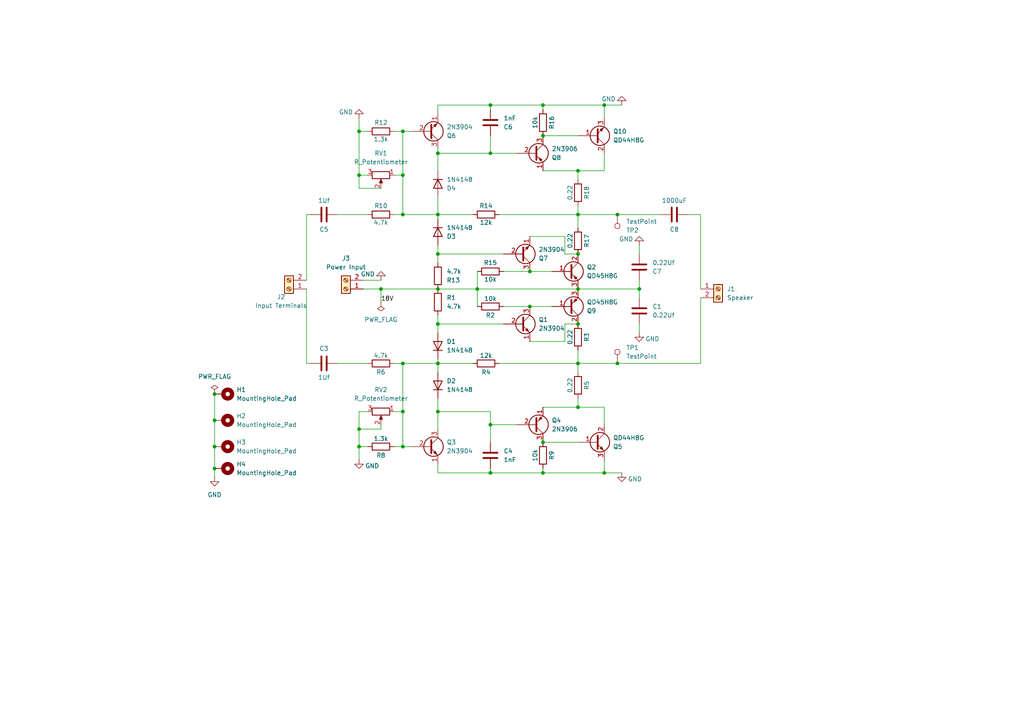
<source format=kicad_sch>
(kicad_sch (version 20231120) (generator "eeschema") (generator_version "8.0")
  (paper "A4")
  (title_block (rev "A"))
  (lib_symbols
    (symbol "2N3904_1" (pin_names (offset 0) hide)
      (property "Reference" "Q10" (at 5.08 -1.2701 0))
      (property "Value" "QD44H8G" (at 5.08 1.2699 0))
      (symbol "2N3904_1_0_1"
        (polyline (pts (xy 0.635 0.635) (xy 2.54 2.54)))
        (polyline (pts (xy 0.635 -0.635) (xy 2.54 -2.54) (xy 2.54 -2.54)))
        (polyline (pts (xy 0.635 1.905) (xy 0.635 -1.905) (xy 0.635 -1.905)) (stroke (width 0.508)))
        (polyline (pts (xy 1.27 -1.778) (xy 1.778 -1.27) (xy 2.286 -2.286) (xy 1.27 -1.778) (xy 1.27 -1.778)) (fill (type outline)))
        (circle (center 1.27 0) (radius 2.8194) (stroke (width 0.254)))
      )
      (symbol "2N3904_1_1_1"
        (pin passive line (at -5.08 0 0) (length 5.715) (name "B") (number "1"))
        (pin passive line (at 2.54 5.08 270) (length 2.54) (name "C") (number "2"))
        (pin passive line (at 2.54 -5.08 90) (length 2.54) (name "E") (number "3"))
      )
    )
    (symbol "2N3906_1" (pin_names (offset 0) hide)
      (property "Reference" "Q2" (at 5.08 1.2701 0))
      (property "Value" "QD45H8G" (at 5.08 -1.2699 0))
      (symbol "2N3906_1_0_1"
        (polyline (pts (xy 0.635 0.635) (xy 2.54 2.54)))
        (polyline (pts (xy 0.635 -0.635) (xy 2.54 -2.54) (xy 2.54 -2.54)))
        (polyline (pts (xy 0.635 1.905) (xy 0.635 -1.905) (xy 0.635 -1.905)) (stroke (width 0.508)))
        (polyline (pts (xy 2.286 -1.778) (xy 1.778 -2.286) (xy 1.27 -1.27) (xy 2.286 -1.778) (xy 2.286 -1.778)) (fill (type outline)))
        (circle (center 1.27 0) (radius 2.8194) (stroke (width 0.254)))
      )
      (symbol "2N3906_1_1_1"
        (pin input line (at -5.08 0 0) (length 5.715) (name "B") (number "1"))
        (pin passive line (at 2.54 5.08 270) (length 2.54) (name "C") (number "2"))
        (pin passive line (at 2.54 -5.08 90) (length 2.54) (name "E") (number "3"))
      )
    )
    (symbol "Connector:Screw_Terminal_01x02" (pin_names (offset 1.016) hide)
      (property "Reference" "J" (at 0 2.54 0))
      (property "Value" "Screw_Terminal_01x02" (at 0 -5.08 0))
      (symbol "Screw_Terminal_01x02_1_1"
        (rectangle (start -1.27 1.27) (end 1.27 -3.81) (stroke (width 0.254)) (fill (type background)))
        (circle (center 0 -2.54) (radius 0.635) (stroke (width 0.1524)))
        (polyline (pts (xy -0.5334 -2.2098) (xy 0.3302 -3.048)) (stroke (width 0.1524)))
        (polyline (pts (xy -0.5334 0.3302) (xy 0.3302 -0.508)) (stroke (width 0.1524)))
        (polyline (pts (xy -0.3556 -2.032) (xy 0.508 -2.8702)) (stroke (width 0.1524)))
        (polyline (pts (xy -0.3556 0.508) (xy 0.508 -0.3302)) (stroke (width 0.1524)))
        (circle (center 0 0) (radius 0.635) (stroke (width 0.1524)))
        (pin passive line (at -5.08 0 0) (length 3.81) (name "Pin_1") (number "1"))
        (pin passive line (at -5.08 -2.54 0) (length 3.81) (name "Pin_2") (number "2"))
      )
    )
    (symbol "Connector:TestPoint" (pin_numbers hide) (pin_names (offset 0.762) hide)
      (property "Reference" "TP" (at 0 6.858 0))
      (property "Value" "TestPoint" (at 0 5.08 0))
      (symbol "TestPoint_0_1"
        (circle (center 0 3.302) (radius 0.762))
      )
      (symbol "TestPoint_1_1"
        (pin passive line (at 0 0 90) (length 2.54) (name "1") (number "1"))
      )
    )
    (symbol "Device:C" (pin_numbers hide) (pin_names (offset 0.254))
      (property "Reference" "C" (at 0.635 2.54 0))
      (property "Value" "C" (at 0.635 -2.54 0))
      (symbol "C_0_1"
        (polyline (pts (xy -2.032 -0.762) (xy 2.032 -0.762)) (stroke (width 0.508)))
        (polyline (pts (xy -2.032 0.762) (xy 2.032 0.762)) (stroke (width 0.508)))
      )
      (symbol "C_1_1"
        (pin passive line (at 0 3.81 270) (length 2.794) (name "~") (number "1"))
        (pin passive line (at 0 -3.81 90) (length 2.794) (name "~") (number "2"))
      )
    )
    (symbol "Device:R" (pin_numbers hide) (pin_names (offset 0))
      (property "Reference" "R" (at 2.032 0 90))
      (property "Value" "R" (at 0 0 90))
      (symbol "R_0_1"
        (rectangle (start -1.016 -2.54) (end 1.016 2.54) (stroke (width 0.254)))
      )
      (symbol "R_1_1"
        (pin passive line (at 0 3.81 270) (length 1.27) (name "~") (number "1"))
        (pin passive line (at 0 -3.81 90) (length 1.27) (name "~") (number "2"))
      )
    )
    (symbol "Device:R_Potentiometer" (pin_names (offset 1.016) hide)
      (property "Reference" "RV" (at -4.445 0 90))
      (property "Value" "R_Potentiometer" (at -2.54 0 90))
      (symbol "R_Potentiometer_0_1"
        (polyline (pts (xy 2.54 0) (xy 1.524 0)))
        (polyline (pts (xy 1.143 0) (xy 2.286 0.508) (xy 2.286 -0.508) (xy 1.143 0)) (fill (type outline)))
        (rectangle (start 1.016 2.54) (end -1.016 -2.54) (stroke (width 0.254)))
      )
      (symbol "R_Potentiometer_1_1"
        (pin passive line (at 0 3.81 270) (length 1.27) (name "1") (number "1"))
        (pin passive line (at 3.81 0 180) (length 1.27) (name "2") (number "2"))
        (pin passive line (at 0 -3.81 90) (length 1.27) (name "3") (number "3"))
      )
    )
    (symbol "Diode:1N4148" (pin_numbers hide) (pin_names hide)
      (property "Reference" "D" (at 0 2.54 0))
      (property "Value" "1N4148" (at 0 -2.54 0))
      (symbol "1N4148_0_1"
        (polyline (pts (xy -1.27 1.27) (xy -1.27 -1.27)) (stroke (width 0.254)))
        (polyline (pts (xy 1.27 0) (xy -1.27 0)))
        (polyline (pts (xy 1.27 1.27) (xy 1.27 -1.27) (xy -1.27 0) (xy 1.27 1.27)) (stroke (width 0.254)))
      )
      (symbol "1N4148_1_1"
        (pin passive line (at -3.81 0 0) (length 2.54) (name "K") (number "1"))
        (pin passive line (at 3.81 0 180) (length 2.54) (name "A") (number "2"))
      )
    )
    (symbol "Mechanical:MountingHole_Pad" (pin_numbers hide) (pin_names (offset 1.016) hide) (exclude_from_sim yes) (in_bom no)
      (property "Reference" "H" (at 0 6.35 0))
      (property "Value" "MountingHole_Pad" (at 0 4.445 0))
      (symbol "MountingHole_Pad_0_1"
        (circle (center 0 1.27) (radius 1.27) (stroke (width 1.27)))
      )
      (symbol "MountingHole_Pad_1_1"
        (pin input line (at 0 -2.54 90) (length 2.54) (name "1") (number "1"))
      )
    )
    (symbol "Transistor_BJT:2N3904" (pin_names (offset 0) hide)
      (property "Reference" "Q" (at 5.08 1.905 0))
      (property "Value" "2N3904" (at 5.08 0 0))
      (symbol "2N3904_0_1"
        (polyline (pts (xy 0.635 0.635) (xy 2.54 2.54)))
        (polyline (pts (xy 0.635 -0.635) (xy 2.54 -2.54) (xy 2.54 -2.54)))
        (polyline (pts (xy 0.635 1.905) (xy 0.635 -1.905) (xy 0.635 -1.905)) (stroke (width 0.508)))
        (polyline (pts (xy 1.27 -1.778) (xy 1.778 -1.27) (xy 2.286 -2.286) (xy 1.27 -1.778) (xy 1.27 -1.778)) (fill (type outline)))
        (circle (center 1.27 0) (radius 2.8194) (stroke (width 0.254)))
      )
      (symbol "2N3904_1_1"
        (pin passive line (at 2.54 -5.08 90) (length 2.54) (name "E") (number "1"))
        (pin passive line (at -5.08 0 0) (length 5.715) (name "B") (number "2"))
        (pin passive line (at 2.54 5.08 270) (length 2.54) (name "C") (number "3"))
      )
    )
    (symbol "Transistor_BJT:2N3906" (pin_names (offset 0) hide)
      (property "Reference" "Q" (at 5.08 1.905 0))
      (property "Value" "2N3906" (at 5.08 0 0))
      (symbol "2N3906_0_1"
        (polyline (pts (xy 0.635 0.635) (xy 2.54 2.54)))
        (polyline (pts (xy 0.635 -0.635) (xy 2.54 -2.54) (xy 2.54 -2.54)))
        (polyline (pts (xy 0.635 1.905) (xy 0.635 -1.905) (xy 0.635 -1.905)) (stroke (width 0.508)))
        (polyline (pts (xy 2.286 -1.778) (xy 1.778 -2.286) (xy 1.27 -1.27) (xy 2.286 -1.778) (xy 2.286 -1.778)) (fill (type outline)))
        (circle (center 1.27 0) (radius 2.8194) (stroke (width 0.254)))
      )
      (symbol "2N3906_1_1"
        (pin passive line (at 2.54 -5.08 90) (length 2.54) (name "E") (number "1"))
        (pin input line (at -5.08 0 0) (length 5.715) (name "B") (number "2"))
        (pin passive line (at 2.54 5.08 270) (length 2.54) (name "C") (number "3"))
      )
    )
    (symbol "power:GND" (power) (pin_numbers hide) (pin_names (offset 0) hide)
      (property "Value" "GND" (at 0 -3.81 0))
      (symbol "GND_0_1"
        (polyline (pts (xy 0 0) (xy 0 -1.27) (xy 1.27 -1.27) (xy 0 -2.54) (xy -1.27 -1.27) (xy 0 -1.27)))
      )
      (symbol "GND_1_1"
        (pin power_in line (at 0 0 270) (length 0) (name "~") (number "1"))
      )
    )
    (symbol "power:PWR_FLAG" (power) (pin_numbers hide) (pin_names (offset 0) hide)
      (property "Value" "PWR_FLAG" (at 0 3.81 0))
      (symbol "PWR_FLAG_0_0"
        (pin power_out line (at 0 0 90) (length 0) (name "~") (number "1"))
      )
      (symbol "PWR_FLAG_0_1"
        (polyline (pts (xy 0 0) (xy 0 1.27) (xy -1.016 1.905) (xy 0 2.54) (xy 1.016 1.905) (xy 0 1.27)))
      )
    )
  )
  (junction (at 116.84 62.23))
  (junction (at 142.24 137.16))
  (junction (at 179.07 62.23))
  (junction (at 127 119.38))
  (junction (at 116.84 38.1))
  (junction (at 62.23 129.54))
  (junction (at 116.84 129.54))
  (junction (at 153.67 78.74))
  (junction (at 142.24 123.19))
  (junction (at 127 105.41))
  (junction (at 62.23 135.89))
  (junction (at 167.64 73.66))
  (junction (at 104.14 38.1))
  (junction (at 116.84 50.8))
  (junction (at 157.48 30.48))
  (junction (at 153.67 88.9))
  (junction (at 127 73.66))
  (junction (at 116.84 119.38))
  (junction (at 157.48 39.37))
  (junction (at 127 83.82))
  (junction (at 167.64 49.53))
  (junction (at 127 62.23))
  (junction (at 157.48 137.16))
  (junction (at 62.23 114.3))
  (junction (at 127 93.98))
  (junction (at 104.14 50.8))
  (junction (at 167.64 83.82))
  (junction (at 167.64 62.23))
  (junction (at 104.14 129.54))
  (junction (at 142.24 44.45))
  (junction (at 157.48 128.27))
  (junction (at 179.07 105.41))
  (junction (at 62.23 121.92))
  (junction (at 104.14 124.46))
  (junction (at 167.64 93.98))
  (junction (at 175.26 30.48))
  (junction (at 167.64 105.41))
  (junction (at 138.43 83.82))
  (junction (at 185.42 83.82))
  (junction (at 127 44.45))
  (junction (at 142.24 30.48))
  (junction (at 110.49 83.82))
  (junction (at 175.26 137.16))
  (junction (at 116.84 105.41))
  (junction (at 167.64 118.11))
  (wire (pts (xy 104.14 38.1) (xy 104.14 34.29)))
  (wire (pts (xy 116.84 62.23) (xy 116.84 50.8)))
  (wire (pts (xy 106.68 38.1) (xy 104.14 38.1)))
  (wire (pts (xy 175.26 133.35) (xy 175.26 137.16)))
  (wire (pts (xy 127 83.82) (xy 138.43 83.82)))
  (wire (pts (xy 146.05 88.9) (xy 153.67 88.9)))
  (wire (pts (xy 167.64 93.98) (xy 163.83 93.98)))
  (wire (pts (xy 144.78 62.23) (xy 167.64 62.23)))
  (wire (pts (xy 105.41 83.82) (xy 110.49 83.82)))
  (wire (pts (xy 142.24 135.89) (xy 142.24 137.16)))
  (wire (pts (xy 167.64 62.23) (xy 179.07 62.23)))
  (wire (pts (xy 167.64 118.11) (xy 175.26 118.11)))
  (wire (pts (xy 167.64 83.82) (xy 185.42 83.82)))
  (wire (pts (xy 142.24 123.19) (xy 142.24 128.27)))
  (wire (pts (xy 116.84 105.41) (xy 116.84 119.38)))
  (wire (pts (xy 114.3 129.54) (xy 116.84 129.54)))
  (wire (pts (xy 104.14 124.46) (xy 104.14 129.54)))
  (wire (pts (xy 110.49 83.82) (xy 127 83.82)))
  (wire (pts (xy 114.3 62.23) (xy 116.84 62.23)))
  (wire (pts (xy 167.64 62.23) (xy 167.64 59.69)))
  (wire (pts (xy 146.05 78.74) (xy 153.67 78.74)))
  (wire (pts (xy 114.3 50.8) (xy 116.84 50.8)))
  (wire (pts (xy 127 76.2) (xy 127 73.66)))
  (wire (pts (xy 127 73.66) (xy 127 71.12)))
  (wire (pts (xy 106.68 50.8) (xy 104.14 50.8)))
  (wire (pts (xy 175.26 118.11) (xy 175.26 123.19)))
  (wire (pts (xy 104.14 124.46) (xy 110.49 124.46)))
  (wire (pts (xy 127 49.53) (xy 127 44.45)))
  (wire (pts (xy 114.3 119.38) (xy 116.84 119.38)))
  (wire (pts (xy 127 105.41) (xy 127 107.95)))
  (wire (pts (xy 142.24 44.45) (xy 149.86 44.45)))
  (wire (pts (xy 104.14 50.8) (xy 104.14 38.1)))
  (wire (pts (xy 127 105.41) (xy 127 104.14)))
  (wire (pts (xy 163.83 93.98) (xy 163.83 99.06)))
  (wire (pts (xy 153.67 68.58) (xy 163.83 68.58)))
  (wire (pts (xy 127 44.45) (xy 142.24 44.45)))
  (wire (pts (xy 104.14 119.38) (xy 104.14 124.46)))
  (wire (pts (xy 127 44.45) (xy 127 43.18)))
  (wire (pts (xy 104.14 119.38) (xy 106.68 119.38)))
  (wire (pts (xy 138.43 83.82) (xy 138.43 88.9)))
  (wire (pts (xy 142.24 30.48) (xy 157.48 30.48)))
  (wire (pts (xy 167.64 73.66) (xy 163.83 73.66)))
  (wire (pts (xy 116.84 129.54) (xy 119.38 129.54)))
  (wire (pts (xy 137.16 105.41) (xy 127 105.41)))
  (wire (pts (xy 142.24 137.16) (xy 157.48 137.16)))
  (wire (pts (xy 127 119.38) (xy 127 124.46)))
  (wire (pts (xy 114.3 38.1) (xy 116.84 38.1)))
  (wire (pts (xy 137.16 62.23) (xy 127 62.23)))
  (wire (pts (xy 203.2 86.36) (xy 203.2 105.41)))
  (wire (pts (xy 167.64 52.07) (xy 167.64 49.53)))
  (wire (pts (xy 88.9 105.41) (xy 90.17 105.41)))
  (wire (pts (xy 106.68 129.54) (xy 104.14 129.54)))
  (wire (pts (xy 127 91.44) (xy 127 93.98)))
  (wire (pts (xy 179.07 62.23) (xy 191.77 62.23)))
  (wire (pts (xy 157.48 30.48) (xy 175.26 30.48)))
  (wire (pts (xy 62.23 129.54) (xy 62.23 135.89)))
  (wire (pts (xy 199.39 62.23) (xy 203.2 62.23)))
  (wire (pts (xy 116.84 38.1) (xy 119.38 38.1)))
  (wire (pts (xy 167.64 105.41) (xy 179.07 105.41)))
  (wire (pts (xy 175.26 137.16) (xy 180.34 137.16)))
  (wire (pts (xy 153.67 88.9) (xy 160.02 88.9)))
  (wire (pts (xy 62.23 135.89) (xy 62.23 138.43)))
  (wire (pts (xy 153.67 78.74) (xy 160.02 78.74)))
  (wire (pts (xy 127 93.98) (xy 127 96.52)))
  (wire (pts (xy 157.48 118.11) (xy 167.64 118.11)))
  (wire (pts (xy 97.79 62.23) (xy 106.68 62.23)))
  (wire (pts (xy 114.3 105.41) (xy 116.84 105.41)))
  (wire (pts (xy 127 33.02) (xy 127 30.48)))
  (wire (pts (xy 175.26 34.29) (xy 175.26 30.48)))
  (wire (pts (xy 97.79 105.41) (xy 106.68 105.41)))
  (wire (pts (xy 157.48 135.89) (xy 157.48 137.16)))
  (wire (pts (xy 104.14 129.54) (xy 104.14 133.35)))
  (wire (pts (xy 203.2 62.23) (xy 203.2 83.82)))
  (wire (pts (xy 127 62.23) (xy 127 63.5)))
  (wire (pts (xy 127 62.23) (xy 127 57.15)))
  (wire (pts (xy 88.9 62.23) (xy 88.9 81.28)))
  (wire (pts (xy 138.43 83.82) (xy 167.64 83.82)))
  (wire (pts (xy 175.26 49.53) (xy 175.26 44.45)))
  (wire (pts (xy 185.42 83.82) (xy 185.42 81.28)))
  (wire (pts (xy 142.24 44.45) (xy 142.24 39.37)))
  (wire (pts (xy 167.64 115.57) (xy 167.64 118.11)))
  (wire (pts (xy 185.42 93.98) (xy 185.42 96.52)))
  (wire (pts (xy 167.64 49.53) (xy 175.26 49.53)))
  (wire (pts (xy 157.48 128.27) (xy 167.64 128.27)))
  (wire (pts (xy 185.42 83.82) (xy 185.42 86.36)))
  (wire (pts (xy 185.42 71.12) (xy 185.42 73.66)))
  (wire (pts (xy 116.84 62.23) (xy 127 62.23)))
  (wire (pts (xy 116.84 38.1) (xy 116.84 50.8)))
  (wire (pts (xy 104.14 54.61) (xy 104.14 50.8)))
  (wire (pts (xy 127 93.98) (xy 146.05 93.98)))
  (wire (pts (xy 62.23 114.3) (xy 62.23 121.92)))
  (wire (pts (xy 110.49 124.46) (xy 110.49 123.19)))
  (wire (pts (xy 179.07 105.41) (xy 203.2 105.41)))
  (wire (pts (xy 175.26 30.48) (xy 180.34 30.48)))
  (wire (pts (xy 127 119.38) (xy 142.24 119.38)))
  (wire (pts (xy 167.64 105.41) (xy 167.64 107.95)))
  (wire (pts (xy 116.84 119.38) (xy 116.84 129.54)))
  (wire (pts (xy 127 115.57) (xy 127 119.38)))
  (wire (pts (xy 127 73.66) (xy 146.05 73.66)))
  (wire (pts (xy 142.24 119.38) (xy 142.24 123.19)))
  (wire (pts (xy 127 134.62) (xy 127 137.16)))
  (wire (pts (xy 142.24 31.75) (xy 142.24 30.48)))
  (wire (pts (xy 127 137.16) (xy 142.24 137.16)))
  (wire (pts (xy 127 30.48) (xy 142.24 30.48)))
  (wire (pts (xy 157.48 137.16) (xy 175.26 137.16)))
  (wire (pts (xy 157.48 49.53) (xy 167.64 49.53)))
  (wire (pts (xy 153.67 99.06) (xy 163.83 99.06)))
  (wire (pts (xy 110.49 83.82) (xy 110.49 87.63)))
  (wire (pts (xy 88.9 83.82) (xy 88.9 105.41)))
  (wire (pts (xy 167.64 105.41) (xy 167.64 101.6)))
  (wire (pts (xy 105.41 81.28) (xy 110.49 81.28)))
  (wire (pts (xy 157.48 31.75) (xy 157.48 30.48)))
  (wire (pts (xy 144.78 105.41) (xy 167.64 105.41)))
  (wire (pts (xy 138.43 83.82) (xy 138.43 78.74)))
  (wire (pts (xy 88.9 62.23) (xy 90.17 62.23)))
  (wire (pts (xy 116.84 105.41) (xy 127 105.41)))
  (wire (pts (xy 62.23 121.92) (xy 62.23 129.54)))
  (wire (pts (xy 167.64 62.23) (xy 167.64 66.04)))
  (wire (pts (xy 142.24 123.19) (xy 149.86 123.19)))
  (wire (pts (xy 163.83 73.66) (xy 163.83 68.58)))
  (wire (pts (xy 157.48 39.37) (xy 167.64 39.37)))
  (wire (pts (xy 110.49 54.61) (xy 104.14 54.61)))
  (label "18V" (at 110.49 87.63 0))
  (symbol (lib_name "2N3904_1") (lib_id "Transistor_BJT:2N3904") (at 172.72 128.27 0) (unit 1)
    (property "Reference" "Q5" (at 177.8 129.5401 0) (effects (justify left)))
    (property "Value" "QD44H8G" (at 177.8 127.0001 0) (effects (justify left)))
    (property "Footprint" "Package_TO_SOT_THT:TO-220-3_Vertical" (effects (hide yes)))
    (property "Datasheet" "https://www.onsemi.com/pub/Collateral/2N3903-D.PDF" (effects (hide yes)))
    (property "Description" "0.2A Ic, 40V Vce, Small Signal NPN Transistor, TO-92" (effects (hide yes)))
  )
  (symbol (lib_id "Device:C") (at 185.42 77.47 0) (mirror x) (unit 1)
    (property "Reference" "C7" (at 189.23 78.7401 0) (effects (justify left)))
    (property "Value" "0.22Uf" (at 189.23 76.2001 0) (effects (justify left)))
    (property "Footprint" "Capacitor_THT:C_Rect_L7.0mm_W3.5mm_P5.00mm" (effects (hide yes)))
    (property "Description" "Unpolarized capacitor" (effects (hide yes)))
  )
  (symbol (lib_id "Device:R") (at 167.64 55.88 0) (mirror x) (unit 1)
    (property "Reference" "R18" (at 170.18 55.88 90))
    (property "Value" "0.22" (at 165.354 55.88 90))
    (property "Footprint" "Resistor_THT:R_Axial_DIN0207_L6.3mm_D2.5mm_P10.16mm_Horizontal" (effects (hide yes)))
    (property "Description" "Resistor" (effects (hide yes)))
  )
  (symbol (lib_id "Device:R") (at 140.97 62.23 270) (mirror x) (unit 1)
    (property "Reference" "R14" (at 140.97 59.69 90))
    (property "Value" "12k" (at 140.97 64.516 90))
    (property "Footprint" "Resistor_THT:R_Axial_DIN0207_L6.3mm_D2.5mm_P10.16mm_Horizontal" (effects (hide yes)))
    (property "Description" "Resistor" (effects (hide yes)))
  )
  (symbol (lib_id "power:GND") (at 180.34 30.48 180) (unit 1)
    (property "Reference" "#PWR05" (effects (hide yes)))
    (property "Value" "GND" (at 176.53 28.702 0))
    (property "Description" "Power symbol creates a global label with name \"GND\" , ground" (effects (hide yes)))
  )
  (symbol (lib_id "Device:R") (at 142.24 88.9 270) (unit 1)
    (property "Reference" "R2" (at 142.24 91.44 90))
    (property "Value" "10k" (at 142.24 86.614 90))
    (property "Footprint" "Resistor_THT:R_Axial_DIN0207_L6.3mm_D2.5mm_P10.16mm_Horizontal" (effects (hide yes)))
    (property "Description" "Resistor" (effects (hide yes)))
  )
  (symbol (lib_id "Device:R") (at 110.49 105.41 270) (unit 1)
    (property "Reference" "R6" (at 110.49 107.95 90))
    (property "Value" "4.7k" (at 110.49 103.124 90))
    (property "Footprint" "Resistor_THT:R_Axial_DIN0207_L6.3mm_D2.5mm_P10.16mm_Horizontal" (effects (hide yes)))
    (property "Description" "Resistor" (effects (hide yes)))
  )
  (symbol (lib_id "power:GND") (at 185.42 71.12 180) (unit 1)
    (property "Reference" "#PWR06" (effects (hide yes)))
    (property "Value" "GND" (at 181.61 69.342 0))
    (property "Description" "Power symbol creates a global label with name \"GND\" , ground" (effects (hide yes)))
  )
  (symbol (lib_id "Device:C") (at 195.58 62.23 90) (mirror x) (unit 1)
    (property "Reference" "C8" (at 195.58 66.548 90))
    (property "Value" "1000uF" (at 195.58 58.166 90))
    (property "Footprint" "Capacitor_THT:CP_Radial_D12.5mm_P5.00mm" (effects (hide yes)))
    (property "Description" "Unpolarized capacitor" (effects (hide yes)))
  )
  (symbol (lib_id "Device:R") (at 167.64 111.76 0) (unit 1)
    (property "Reference" "R5" (at 170.18 111.76 90))
    (property "Value" "0.22" (at 165.354 111.76 90))
    (property "Footprint" "Resistor_THT:R_Axial_DIN0207_L6.3mm_D2.5mm_P10.16mm_Horizontal" (effects (hide yes)))
    (property "Description" "Resistor" (effects (hide yes)))
  )
  (symbol (lib_id "Device:C") (at 93.98 105.41 90) (unit 1)
    (property "Reference" "C3" (at 93.98 101.092 90))
    (property "Value" "1Uf" (at 93.98 109.474 90))
    (property "Footprint" "Capacitor_THT:CP_Radial_D5.0mm_P2.00mm" (effects (hide yes)))
    (property "Description" "Unpolarized capacitor" (effects (hide yes)))
  )
  (symbol (lib_id "Connector:TestPoint") (at 179.07 62.23 0) (mirror x) (unit 1)
    (property "Reference" "TP2" (at 181.61 66.8021 0) (effects (justify left)))
    (property "Value" "TestPoint" (at 181.61 64.2621 0) (effects (justify left)))
    (property "Footprint" "TestPoint:TestPoint_Plated_Hole_D2.0mm" (effects (hide yes)))
    (property "Description" "test point" (effects (hide yes)))
  )
  (symbol (lib_name "2N3906_1") (lib_id "Transistor_BJT:2N3906") (at 165.1 88.9 0) (mirror x) (unit 1)
    (property "Reference" "Q9" (at 170.18 90.1701 0) (effects (justify left)))
    (property "Value" "QD45H8G" (at 170.18 87.6301 0) (effects (justify left)))
    (property "Footprint" "Package_TO_SOT_THT:TO-220-3_Vertical" (effects (hide yes)))
    (property "Datasheet" "https://www.onsemi.com/pub/Collateral/2N3906-D.PDF" (effects (hide yes)))
    (property "Description" "-0.2A Ic, -40V Vce, Small Signal PNP Transistor, TO-92" (effects (hide yes)))
  )
  (symbol (lib_id "Connector:TestPoint") (at 179.07 105.41 0) (unit 1)
    (property "Reference" "TP1" (at 181.61 100.8379 0) (effects (justify left)))
    (property "Value" "TestPoint" (at 181.61 103.3779 0) (effects (justify left)))
    (property "Footprint" "TestPoint:TestPoint_Plated_Hole_D2.0mm" (effects (hide yes)))
    (property "Description" "test point" (effects (hide yes)))
  )
  (symbol (lib_id "Diode:1N4148") (at 127 53.34 90) (mirror x) (unit 1)
    (property "Reference" "D4" (at 129.54 54.6101 90) (effects (justify right)))
    (property "Value" "1N4148" (at 129.54 52.0701 90) (effects (justify right)))
    (property "Footprint" "Diode_THT:D_DO-41_SOD81_P10.16mm_Horizontal" (effects (hide yes)))
    (property "Datasheet" "https://assets.nexperia.com/documents/data-sheet/1N4148_1N4448.pdf" (effects (hide yes)))
    (property "Description" "100V 0.15A standard switching diode, DO-35" (effects (hide yes)))
    (property "Sim.Device" "D" (effects (hide yes)))
    (property "Sim.Pins" "1=K 2=A" (effects (hide yes)))
  )
  (symbol (lib_id "Device:R") (at 127 80.01 0) (mirror x) (unit 1)
    (property "Reference" "R13" (at 129.54 81.2801 0) (effects (justify left)))
    (property "Value" "4.7k" (at 129.54 78.7401 0) (effects (justify left)))
    (property "Footprint" "Resistor_THT:R_Axial_DIN0207_L6.3mm_D2.5mm_P10.16mm_Horizontal" (effects (hide yes)))
    (property "Description" "Resistor" (effects (hide yes)))
  )
  (symbol (lib_id "Device:R") (at 110.49 62.23 270) (mirror x) (unit 1)
    (property "Reference" "R10" (at 110.49 59.69 90))
    (property "Value" "4.7k" (at 110.49 64.516 90))
    (property "Footprint" "Resistor_THT:R_Axial_DIN0207_L6.3mm_D2.5mm_P10.16mm_Horizontal" (effects (hide yes)))
    (property "Description" "Resistor" (effects (hide yes)))
  )
  (symbol (lib_id "Device:C") (at 185.42 90.17 0) (unit 1)
    (property "Reference" "C1" (at 189.23 88.8999 0) (effects (justify left)))
    (property "Value" "0.22Uf" (at 189.23 91.4399 0) (effects (justify left)))
    (property "Footprint" "Capacitor_THT:C_Rect_L7.0mm_W3.5mm_P5.00mm" (effects (hide yes)))
    (property "Description" "Unpolarized capacitor" (effects (hide yes)))
  )
  (symbol (lib_id "Device:R") (at 157.48 35.56 0) (mirror x) (unit 1)
    (property "Reference" "R16" (at 160.02 35.56 90))
    (property "Value" "10k" (at 155.194 35.56 90))
    (property "Footprint" "Resistor_THT:R_Axial_DIN0207_L6.3mm_D2.5mm_P10.16mm_Horizontal" (effects (hide yes)))
    (property "Description" "Resistor" (effects (hide yes)))
  )
  (symbol (lib_name "2N3904_1") (lib_id "Transistor_BJT:2N3904") (at 172.72 39.37 0) (mirror x) (unit 1)
    (property "Reference" "Q10" (at 177.8 38.0999 0) (effects (justify left)))
    (property "Value" "QD44H8G" (at 177.8 40.6399 0) (effects (justify left)))
    (property "Footprint" "Package_TO_SOT_THT:TO-220-3_Vertical" (effects (hide yes)))
    (property "Datasheet" "https://www.onsemi.com/pub/Collateral/2N3903-D.PDF" (effects (hide yes)))
    (property "Description" "0.2A Ic, 40V Vce, Small Signal NPN Transistor, TO-92" (effects (hide yes)))
  )
  (symbol (lib_id "power:GND") (at 110.49 81.28 180) (unit 1)
    (property "Reference" "#PWR07" (effects (hide yes)))
    (property "Value" "GND" (at 106.68 79.502 0))
    (property "Description" "Power symbol creates a global label with name \"GND\" , ground" (effects (hide yes)))
  )
  (symbol (lib_id "Connector:Screw_Terminal_01x02") (at 83.82 83.82 180) (unit 1)
    (property "Reference" "J2" (at 81.534 86.106 0))
    (property "Value" "Input Terminals" (at 81.534 88.646 0))
    (property "Footprint" "Z_Custom_Footprints:CONN_1935776_PXC" (effects (hide yes)))
    (property "Description" "Generic screw terminal, single row, 01x02, script generated (kicad-library-utils/schlib/autogen/connector/)" (effects (hide yes)))
  )
  (symbol (lib_id "Device:R") (at 140.97 105.41 270) (unit 1)
    (property "Reference" "R4" (at 140.97 107.95 90))
    (property "Value" "12k" (at 140.97 103.124 90))
    (property "Footprint" "Resistor_THT:R_Axial_DIN0207_L6.3mm_D2.5mm_P10.16mm_Horizontal" (effects (hide yes)))
    (property "Description" "Resistor" (effects (hide yes)))
  )
  (symbol (lib_id "Connector:Screw_Terminal_01x02") (at 100.33 83.82 180) (unit 1)
    (property "Reference" "J3" (at 100.33 74.93 0))
    (property "Value" "Power Input" (at 100.33 77.47 0))
    (property "Footprint" "Z_Custom_Footprints:CONN_1935776_PXC" (effects (hide yes)))
    (property "Description" "Generic screw terminal, single row, 01x02, script generated (kicad-library-utils/schlib/autogen/connector/)" (effects (hide yes)))
  )
  (symbol (lib_id "power:GND") (at 185.42 96.52 0) (unit 1)
    (property "Reference" "#PWR01" (effects (hide yes)))
    (property "Value" "GND" (at 189.23 98.298 0))
    (property "Description" "Power symbol creates a global label with name \"GND\" , ground" (effects (hide yes)))
  )
  (symbol (lib_id "Mechanical:MountingHole_Pad") (at 64.77 114.3 270) (unit 1) (exclude_from_sim yes) (in_bom no)
    (property "Reference" "H1" (at 68.58 113.0299 90) (effects (justify left)))
    (property "Value" "MountingHole_Pad" (at 68.58 115.5699 90) (effects (justify left)))
    (property "Footprint" "MountingHole:MountingHole_3.5mm_Pad" (effects (hide yes)))
    (property "Description" "Mounting Hole with connection" (effects (hide yes)))
  )
  (symbol (lib_id "Mechanical:MountingHole_Pad") (at 64.77 121.92 270) (unit 1) (exclude_from_sim yes) (in_bom no)
    (property "Reference" "H2" (at 68.58 120.6499 90) (effects (justify left)))
    (property "Value" "MountingHole_Pad" (at 68.58 123.1899 90) (effects (justify left)))
    (property "Footprint" "MountingHole:MountingHole_3.5mm_Pad" (effects (hide yes)))
    (property "Description" "Mounting Hole with connection" (effects (hide yes)))
  )
  (symbol (lib_id "Device:R") (at 167.64 69.85 0) (mirror x) (unit 1)
    (property "Reference" "R17" (at 170.18 69.85 90))
    (property "Value" "0.22" (at 165.354 69.85 90))
    (property "Footprint" "Resistor_THT:R_Axial_DIN0207_L6.3mm_D2.5mm_P10.16mm_Horizontal" (effects (hide yes)))
    (property "Description" "Resistor" (effects (hide yes)))
  )
  (symbol (lib_id "Mechanical:MountingHole_Pad") (at 64.77 135.89 270) (unit 1) (exclude_from_sim yes) (in_bom no)
    (property "Reference" "H4" (at 68.58 134.6199 90) (effects (justify left)))
    (property "Value" "MountingHole_Pad" (at 68.58 137.1599 90) (effects (justify left)))
    (property "Footprint" "MountingHole:MountingHole_3.5mm_Pad" (effects (hide yes)))
    (property "Description" "Mounting Hole with connection" (effects (hide yes)))
  )
  (symbol (lib_id "power:GND") (at 62.23 138.43 0) (unit 1)
    (property "Reference" "#PWR09" (effects (hide yes)))
    (property "Value" "GND" (at 62.23 143.51 0))
    (property "Description" "Power symbol creates a global label with name \"GND\" , ground" (effects (hide yes)))
  )
  (symbol (lib_id "Device:C") (at 142.24 132.08 0) (unit 1)
    (property "Reference" "C4" (at 146.05 130.8099 0) (effects (justify left)))
    (property "Value" "1nF" (at 146.05 133.3499 0) (effects (justify left)))
    (property "Footprint" "Capacitor_THT:C_Disc_D5.1mm_W3.2mm_P5.00mm" (effects (hide yes)))
    (property "Description" "Unpolarized capacitor" (effects (hide yes)))
  )
  (symbol (lib_id "power:GND") (at 104.14 133.35 0) (unit 1)
    (property "Reference" "#PWR02" (effects (hide yes)))
    (property "Value" "GND" (at 107.95 135.128 0))
    (property "Description" "Power symbol creates a global label with name \"GND\" , ground" (effects (hide yes)))
  )
  (symbol (lib_id "power:PWR_FLAG") (at 110.49 87.63 180) (unit 1)
    (property "Reference" "#FLG01" (effects (hide yes)))
    (property "Value" "PWR_FLAG" (at 110.49 92.71 0))
    (property "Description" "Special symbol for telling ERC where power comes from" (effects (hide yes)))
  )
  (symbol (lib_id "Diode:1N4148") (at 127 67.31 90) (mirror x) (unit 1)
    (property "Reference" "D3" (at 129.54 68.5801 90) (effects (justify right)))
    (property "Value" "1N4148" (at 129.54 66.0401 90) (effects (justify right)))
    (property "Footprint" "Diode_THT:D_DO-41_SOD81_P10.16mm_Horizontal" (effects (hide yes)))
    (property "Datasheet" "https://assets.nexperia.com/documents/data-sheet/1N4148_1N4448.pdf" (effects (hide yes)))
    (property "Description" "100V 0.15A standard switching diode, DO-35" (effects (hide yes)))
    (property "Sim.Device" "D" (effects (hide yes)))
    (property "Sim.Pins" "1=K 2=A" (effects (hide yes)))
  )
  (symbol (lib_id "Transistor_BJT:2N3904") (at 124.46 129.54 0) (unit 1)
    (property "Reference" "Q3" (at 129.54 128.2699 0) (effects (justify left)))
    (property "Value" "2N3904" (at 129.54 130.8099 0) (effects (justify left)))
    (property "Footprint" "Package_TO_SOT_THT:TO-92_Wide" (effects (hide yes)))
    (property "Datasheet" "https://www.onsemi.com/pub/Collateral/2N3903-D.PDF" (effects (hide yes)))
    (property "Description" "0.2A Ic, 40V Vce, Small Signal NPN Transistor, TO-92" (effects (hide yes)))
  )
  (symbol (lib_id "Device:R") (at 110.49 38.1 270) (mirror x) (unit 1)
    (property "Reference" "R12" (at 110.49 35.56 90))
    (property "Value" "1.3k" (at 110.49 40.386 90))
    (property "Footprint" "Resistor_THT:R_Axial_DIN0207_L6.3mm_D2.5mm_P10.16mm_Horizontal" (effects (hide yes)))
    (property "Description" "Resistor" (effects (hide yes)))
  )
  (symbol (lib_id "Mechanical:MountingHole_Pad") (at 64.77 129.54 270) (unit 1) (exclude_from_sim yes) (in_bom no)
    (property "Reference" "H3" (at 68.58 128.2699 90) (effects (justify left)))
    (property "Value" "MountingHole_Pad" (at 68.58 130.8099 90) (effects (justify left)))
    (property "Footprint" "MountingHole:MountingHole_3.5mm_Pad" (effects (hide yes)))
    (property "Description" "Mounting Hole with connection" (effects (hide yes)))
  )
  (symbol (lib_id "Transistor_BJT:2N3904") (at 151.13 93.98 0) (unit 1)
    (property "Reference" "Q1" (at 156.21 92.7099 0) (effects (justify left)))
    (property "Value" "2N3904" (at 156.21 95.2499 0) (effects (justify left)))
    (property "Footprint" "Package_TO_SOT_THT:TO-92_Wide" (effects (hide yes)))
    (property "Datasheet" "https://www.onsemi.com/pub/Collateral/2N3903-D.PDF" (effects (hide yes)))
    (property "Description" "0.2A Ic, 40V Vce, Small Signal NPN Transistor, TO-92" (effects (hide yes)))
  )
  (symbol (lib_id "Device:C") (at 142.24 35.56 0) (mirror x) (unit 1)
    (property "Reference" "C6" (at 146.05 36.8301 0) (effects (justify left)))
    (property "Value" "1nF" (at 146.05 34.2901 0) (effects (justify left)))
    (property "Footprint" "Capacitor_THT:C_Disc_D5.1mm_W3.2mm_P5.00mm" (effects (hide yes)))
    (property "Description" "Unpolarized capacitor" (effects (hide yes)))
  )
  (symbol (lib_id "Device:R_Potentiometer") (at 110.49 119.38 270) (unit 1)
    (property "Reference" "RV2" (at 110.49 113.03 90))
    (property "Value" "R_Potentiometer" (at 110.49 115.57 90))
    (property "Footprint" "Z_Custom_Footprints:POT_3362P" (effects (hide yes)))
    (property "Description" "Potentiometer" (effects (hide yes)))
  )
  (symbol (lib_id "power:PWR_FLAG") (at 62.23 114.3 0) (unit 1)
    (property "Reference" "#FLG02" (effects (hide yes)))
    (property "Value" "PWR_FLAG" (at 62.23 109.22 0))
    (property "Description" "Special symbol for telling ERC where power comes from" (effects (hide yes)))
  )
  (symbol (lib_id "Device:R") (at 110.49 129.54 270) (unit 1)
    (property "Reference" "R8" (at 110.49 132.08 90))
    (property "Value" "1.3k" (at 110.49 127.254 90))
    (property "Footprint" "Resistor_THT:R_Axial_DIN0207_L6.3mm_D2.5mm_P10.16mm_Horizontal" (effects (hide yes)))
    (property "Description" "Resistor" (effects (hide yes)))
  )
  (symbol (lib_id "Transistor_BJT:2N3906") (at 154.94 123.19 0) (mirror x) (unit 1)
    (property "Reference" "Q4" (at 160.02 121.9199 0) (effects (justify left)))
    (property "Value" "2N3906" (at 160.02 124.4599 0) (effects (justify left)))
    (property "Footprint" "Package_TO_SOT_THT:TO-92_Wide" (effects (hide yes)))
    (property "Datasheet" "https://www.onsemi.com/pub/Collateral/2N3906-D.PDF" (effects (hide yes)))
    (property "Description" "-0.2A Ic, -40V Vce, Small Signal PNP Transistor, TO-92" (effects (hide yes)))
  )
  (symbol (lib_id "Device:C") (at 93.98 62.23 90) (mirror x) (unit 1)
    (property "Reference" "C5" (at 93.98 66.548 90))
    (property "Value" "1Uf" (at 93.98 58.166 90))
    (property "Footprint" "Capacitor_THT:CP_Radial_D5.0mm_P2.00mm" (effects (hide yes)))
    (property "Description" "Unpolarized capacitor" (effects (hide yes)))
  )
  (symbol (lib_id "Device:R") (at 157.48 132.08 0) (unit 1)
    (property "Reference" "R9" (at 160.02 132.08 90))
    (property "Value" "10k" (at 155.194 132.08 90))
    (property "Footprint" "Resistor_THT:R_Axial_DIN0207_L6.3mm_D2.5mm_P10.16mm_Horizontal" (effects (hide yes)))
    (property "Description" "Resistor" (effects (hide yes)))
  )
  (symbol (lib_id "Transistor_BJT:2N3906") (at 154.94 44.45 0) (unit 1)
    (property "Reference" "Q8" (at 160.02 45.7201 0) (effects (justify left)))
    (property "Value" "2N3906" (at 160.02 43.1801 0) (effects (justify left)))
    (property "Footprint" "Package_TO_SOT_THT:TO-92_Wide" (effects (hide yes)))
    (property "Datasheet" "https://www.onsemi.com/pub/Collateral/2N3906-D.PDF" (effects (hide yes)))
    (property "Description" "-0.2A Ic, -40V Vce, Small Signal PNP Transistor, TO-92" (effects (hide yes)))
  )
  (symbol (lib_id "Transistor_BJT:2N3904") (at 151.13 73.66 0) (mirror x) (unit 1)
    (property "Reference" "Q7" (at 156.21 74.9301 0) (effects (justify left)))
    (property "Value" "2N3904" (at 156.21 72.3901 0) (effects (justify left)))
    (property "Footprint" "Package_TO_SOT_THT:TO-92_Wide" (effects (hide yes)))
    (property "Datasheet" "https://www.onsemi.com/pub/Collateral/2N3903-D.PDF" (effects (hide yes)))
    (property "Description" "0.2A Ic, 40V Vce, Small Signal NPN Transistor, TO-92" (effects (hide yes)))
  )
  (symbol (lib_id "Connector:Screw_Terminal_01x02") (at 208.28 83.82 0) (unit 1)
    (property "Reference" "J1" (at 210.82 83.8199 0) (effects (justify left)))
    (property "Value" "Speaker" (at 210.82 86.3599 0) (effects (justify left)))
    (property "Footprint" "Z_Custom_Footprints:CONN_1935776_PXC" (effects (hide yes)))
    (property "Description" "Generic screw terminal, single row, 01x02, script generated (kicad-library-utils/schlib/autogen/connector/)" (effects (hide yes)))
  )
  (symbol (lib_id "Device:R_Potentiometer") (at 110.49 50.8 270) (unit 1)
    (property "Reference" "RV1" (at 110.49 44.45 90))
    (property "Value" "R_Potentiometer" (at 110.49 46.99 90))
    (property "Footprint" "Z_Custom_Footprints:POT_3362P" (effects (hide yes)))
    (property "Description" "Potentiometer" (effects (hide yes)))
  )
  (symbol (lib_id "power:GND") (at 104.14 34.29 180) (unit 1)
    (property "Reference" "#PWR04" (effects (hide yes)))
    (property "Value" "GND" (at 100.33 32.512 0))
    (property "Description" "Power symbol creates a global label with name \"GND\" , ground" (effects (hide yes)))
  )
  (symbol (lib_id "Device:R") (at 142.24 78.74 270) (mirror x) (unit 1)
    (property "Reference" "R15" (at 142.24 76.2 90))
    (property "Value" "10k" (at 142.24 81.026 90))
    (property "Footprint" "Resistor_THT:R_Axial_DIN0207_L6.3mm_D2.5mm_P10.16mm_Horizontal" (effects (hide yes)))
    (property "Description" "Resistor" (effects (hide yes)))
  )
  (symbol (lib_id "Diode:1N4148") (at 127 111.76 90) (unit 1)
    (property "Reference" "D2" (at 129.54 110.4899 90) (effects (justify right)))
    (property "Value" "1N4148" (at 129.54 113.0299 90) (effects (justify right)))
    (property "Footprint" "Diode_THT:D_DO-41_SOD81_P10.16mm_Horizontal" (effects (hide yes)))
    (property "Datasheet" "https://assets.nexperia.com/documents/data-sheet/1N4148_1N4448.pdf" (effects (hide yes)))
    (property "Description" "100V 0.15A standard switching diode, DO-35" (effects (hide yes)))
    (property "Sim.Device" "D" (effects (hide yes)))
    (property "Sim.Pins" "1=K 2=A" (effects (hide yes)))
  )
  (symbol (lib_id "Device:R") (at 167.64 97.79 0) (unit 1)
    (property "Reference" "R3" (at 170.18 97.79 90))
    (property "Value" "0.22" (at 165.354 97.79 90))
    (property "Footprint" "Resistor_THT:R_Axial_DIN0207_L6.3mm_D2.5mm_P10.16mm_Horizontal" (effects (hide yes)))
    (property "Description" "Resistor" (effects (hide yes)))
  )
  (symbol (lib_id "Diode:1N4148") (at 127 100.33 90) (unit 1)
    (property "Reference" "D1" (at 129.54 99.0599 90) (effects (justify right)))
    (property "Value" "1N4148" (at 129.54 101.5999 90) (effects (justify right)))
    (property "Footprint" "Diode_THT:D_DO-41_SOD81_P10.16mm_Horizontal" (effects (hide yes)))
    (property "Datasheet" "https://assets.nexperia.com/documents/data-sheet/1N4148_1N4448.pdf" (effects (hide yes)))
    (property "Description" "100V 0.15A standard switching diode, DO-35" (effects (hide yes)))
    (property "Sim.Device" "D" (effects (hide yes)))
    (property "Sim.Pins" "1=K 2=A" (effects (hide yes)))
  )
  (symbol (lib_id "Device:R") (at 127 87.63 0) (unit 1)
    (property "Reference" "R1" (at 129.54 86.3599 0) (effects (justify left)))
    (property "Value" "4.7k" (at 129.54 88.8999 0) (effects (justify left)))
    (property "Footprint" "Resistor_THT:R_Axial_DIN0207_L6.3mm_D2.5mm_P10.16mm_Horizontal" (effects (hide yes)))
    (property "Description" "Resistor" (effects (hide yes)))
  )
  (symbol (lib_id "Transistor_BJT:2N3904") (at 124.46 38.1 0) (mirror x) (unit 1)
    (property "Reference" "Q6" (at 129.54 39.3701 0) (effects (justify left)))
    (property "Value" "2N3904" (at 129.54 36.8301 0) (effects (justify left)))
    (property "Footprint" "Package_TO_SOT_THT:TO-92_Wide" (effects (hide yes)))
    (property "Datasheet" "https://www.onsemi.com/pub/Collateral/2N3903-D.PDF" (effects (hide yes)))
    (property "Description" "0.2A Ic, 40V Vce, Small Signal NPN Transistor, TO-92" (effects (hide yes)))
  )
  (symbol (lib_name "2N3906_1") (lib_id "Transistor_BJT:2N3906") (at 165.1 78.74 0) (unit 1)
    (property "Reference" "Q2" (at 170.18 77.4699 0) (effects (justify left)))
    (property "Value" "QD45H8G" (at 170.18 80.0099 0) (effects (justify left)))
    (property "Footprint" "Package_TO_SOT_THT:TO-220-3_Vertical" (effects (hide yes)))
    (property "Datasheet" "https://www.onsemi.com/pub/Collateral/2N3906-D.PDF" (effects (hide yes)))
    (property "Description" "-0.2A Ic, -40V Vce, Small Signal PNP Transistor, TO-92" (effects (hide yes)))
  )
  (symbol (lib_id "power:GND") (at 180.34 137.16 0) (unit 1)
    (property "Reference" "#PWR03" (effects (hide yes)))
    (property "Value" "GND" (at 184.15 138.938 0))
    (property "Description" "Power symbol creates a global label with name \"GND\" , ground" (effects (hide yes)))
  )
)
</source>
